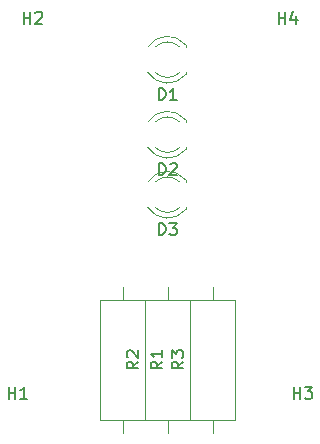
<source format=gbr>
%TF.GenerationSoftware,KiCad,Pcbnew,6.0.4-6f826c9f35~116~ubuntu20.04.1*%
%TF.CreationDate,2022-05-04T13:56:28-03:00*%
%TF.ProjectId,projeto1,70726f6a-6574-46f3-912e-6b696361645f,rev?*%
%TF.SameCoordinates,Original*%
%TF.FileFunction,Legend,Top*%
%TF.FilePolarity,Positive*%
%FSLAX46Y46*%
G04 Gerber Fmt 4.6, Leading zero omitted, Abs format (unit mm)*
G04 Created by KiCad (PCBNEW 6.0.4-6f826c9f35~116~ubuntu20.04.1) date 2022-05-04 13:56:28*
%MOMM*%
%LPD*%
G01*
G04 APERTURE LIST*
%ADD10C,0.150000*%
%ADD11C,0.120000*%
G04 APERTURE END LIST*
D10*
%TO.C,R3*%
X163902380Y-80176666D02*
X163426190Y-80510000D01*
X163902380Y-80748095D02*
X162902380Y-80748095D01*
X162902380Y-80367142D01*
X162950000Y-80271904D01*
X162997619Y-80224285D01*
X163092857Y-80176666D01*
X163235714Y-80176666D01*
X163330952Y-80224285D01*
X163378571Y-80271904D01*
X163426190Y-80367142D01*
X163426190Y-80748095D01*
X162902380Y-79843333D02*
X162902380Y-79224285D01*
X163283333Y-79557619D01*
X163283333Y-79414761D01*
X163330952Y-79319523D01*
X163378571Y-79271904D01*
X163473809Y-79224285D01*
X163711904Y-79224285D01*
X163807142Y-79271904D01*
X163854761Y-79319523D01*
X163902380Y-79414761D01*
X163902380Y-79700476D01*
X163854761Y-79795714D01*
X163807142Y-79843333D01*
%TO.C,R2*%
X160092380Y-80176666D02*
X159616190Y-80510000D01*
X160092380Y-80748095D02*
X159092380Y-80748095D01*
X159092380Y-80367142D01*
X159140000Y-80271904D01*
X159187619Y-80224285D01*
X159282857Y-80176666D01*
X159425714Y-80176666D01*
X159520952Y-80224285D01*
X159568571Y-80271904D01*
X159616190Y-80367142D01*
X159616190Y-80748095D01*
X159187619Y-79795714D02*
X159140000Y-79748095D01*
X159092380Y-79652857D01*
X159092380Y-79414761D01*
X159140000Y-79319523D01*
X159187619Y-79271904D01*
X159282857Y-79224285D01*
X159378095Y-79224285D01*
X159520952Y-79271904D01*
X160092380Y-79843333D01*
X160092380Y-79224285D01*
%TO.C,R1*%
X162122380Y-80176666D02*
X161646190Y-80510000D01*
X162122380Y-80748095D02*
X161122380Y-80748095D01*
X161122380Y-80367142D01*
X161170000Y-80271904D01*
X161217619Y-80224285D01*
X161312857Y-80176666D01*
X161455714Y-80176666D01*
X161550952Y-80224285D01*
X161598571Y-80271904D01*
X161646190Y-80367142D01*
X161646190Y-80748095D01*
X162122380Y-79224285D02*
X162122380Y-79795714D01*
X162122380Y-79510000D02*
X161122380Y-79510000D01*
X161265238Y-79605238D01*
X161360476Y-79700476D01*
X161408095Y-79795714D01*
%TO.C,H4*%
X171958095Y-51562380D02*
X171958095Y-50562380D01*
X171958095Y-51038571D02*
X172529523Y-51038571D01*
X172529523Y-51562380D02*
X172529523Y-50562380D01*
X173434285Y-50895714D02*
X173434285Y-51562380D01*
X173196190Y-50514761D02*
X172958095Y-51229047D01*
X173577142Y-51229047D01*
%TO.C,H3*%
X173228095Y-83312380D02*
X173228095Y-82312380D01*
X173228095Y-82788571D02*
X173799523Y-82788571D01*
X173799523Y-83312380D02*
X173799523Y-82312380D01*
X174180476Y-82312380D02*
X174799523Y-82312380D01*
X174466190Y-82693333D01*
X174609047Y-82693333D01*
X174704285Y-82740952D01*
X174751904Y-82788571D01*
X174799523Y-82883809D01*
X174799523Y-83121904D01*
X174751904Y-83217142D01*
X174704285Y-83264761D01*
X174609047Y-83312380D01*
X174323333Y-83312380D01*
X174228095Y-83264761D01*
X174180476Y-83217142D01*
%TO.C,H2*%
X150368095Y-51562380D02*
X150368095Y-50562380D01*
X150368095Y-51038571D02*
X150939523Y-51038571D01*
X150939523Y-51562380D02*
X150939523Y-50562380D01*
X151368095Y-50657619D02*
X151415714Y-50610000D01*
X151510952Y-50562380D01*
X151749047Y-50562380D01*
X151844285Y-50610000D01*
X151891904Y-50657619D01*
X151939523Y-50752857D01*
X151939523Y-50848095D01*
X151891904Y-50990952D01*
X151320476Y-51562380D01*
X151939523Y-51562380D01*
%TO.C,H1*%
X149098095Y-83312380D02*
X149098095Y-82312380D01*
X149098095Y-82788571D02*
X149669523Y-82788571D01*
X149669523Y-83312380D02*
X149669523Y-82312380D01*
X150669523Y-83312380D02*
X150098095Y-83312380D01*
X150383809Y-83312380D02*
X150383809Y-82312380D01*
X150288571Y-82455238D01*
X150193333Y-82550476D01*
X150098095Y-82598095D01*
%TO.C,D3*%
X161821904Y-69452380D02*
X161821904Y-68452380D01*
X162060000Y-68452380D01*
X162202857Y-68500000D01*
X162298095Y-68595238D01*
X162345714Y-68690476D01*
X162393333Y-68880952D01*
X162393333Y-69023809D01*
X162345714Y-69214285D01*
X162298095Y-69309523D01*
X162202857Y-69404761D01*
X162060000Y-69452380D01*
X161821904Y-69452380D01*
X162726666Y-68452380D02*
X163345714Y-68452380D01*
X163012380Y-68833333D01*
X163155238Y-68833333D01*
X163250476Y-68880952D01*
X163298095Y-68928571D01*
X163345714Y-69023809D01*
X163345714Y-69261904D01*
X163298095Y-69357142D01*
X163250476Y-69404761D01*
X163155238Y-69452380D01*
X162869523Y-69452380D01*
X162774285Y-69404761D01*
X162726666Y-69357142D01*
%TO.C,D2*%
X161821904Y-64372380D02*
X161821904Y-63372380D01*
X162060000Y-63372380D01*
X162202857Y-63420000D01*
X162298095Y-63515238D01*
X162345714Y-63610476D01*
X162393333Y-63800952D01*
X162393333Y-63943809D01*
X162345714Y-64134285D01*
X162298095Y-64229523D01*
X162202857Y-64324761D01*
X162060000Y-64372380D01*
X161821904Y-64372380D01*
X162774285Y-63467619D02*
X162821904Y-63420000D01*
X162917142Y-63372380D01*
X163155238Y-63372380D01*
X163250476Y-63420000D01*
X163298095Y-63467619D01*
X163345714Y-63562857D01*
X163345714Y-63658095D01*
X163298095Y-63800952D01*
X162726666Y-64372380D01*
X163345714Y-64372380D01*
%TO.C,D1*%
X161821904Y-58022380D02*
X161821904Y-57022380D01*
X162060000Y-57022380D01*
X162202857Y-57070000D01*
X162298095Y-57165238D01*
X162345714Y-57260476D01*
X162393333Y-57450952D01*
X162393333Y-57593809D01*
X162345714Y-57784285D01*
X162298095Y-57879523D01*
X162202857Y-57974761D01*
X162060000Y-58022380D01*
X161821904Y-58022380D01*
X163345714Y-58022380D02*
X162774285Y-58022380D01*
X163060000Y-58022380D02*
X163060000Y-57022380D01*
X162964761Y-57165238D01*
X162869523Y-57260476D01*
X162774285Y-57308095D01*
D11*
%TO.C,R3*%
X168290000Y-85080000D02*
X168290000Y-74940000D01*
X164450000Y-85080000D02*
X168290000Y-85080000D01*
X166370000Y-86190000D02*
X166370000Y-85080000D01*
X168290000Y-74940000D02*
X164450000Y-74940000D01*
X164450000Y-74940000D02*
X164450000Y-85080000D01*
X166370000Y-73830000D02*
X166370000Y-74940000D01*
%TO.C,R2*%
X162560000Y-73830000D02*
X162560000Y-74940000D01*
X160640000Y-74940000D02*
X160640000Y-85080000D01*
X164480000Y-74940000D02*
X160640000Y-74940000D01*
X162560000Y-86190000D02*
X162560000Y-85080000D01*
X160640000Y-85080000D02*
X164480000Y-85080000D01*
X164480000Y-85080000D02*
X164480000Y-74940000D01*
%TO.C,R1*%
X158750000Y-86190000D02*
X158750000Y-85080000D01*
X160670000Y-85080000D02*
X160670000Y-74940000D01*
X156830000Y-85080000D02*
X160670000Y-85080000D01*
X158750000Y-73830000D02*
X158750000Y-74940000D01*
X160670000Y-74940000D02*
X156830000Y-74940000D01*
X156830000Y-74940000D02*
X156830000Y-85080000D01*
%TO.C,D3*%
X164120000Y-67276000D02*
X164120000Y-67120000D01*
X164120000Y-64960000D02*
X164120000Y-64804000D01*
X161518870Y-67119837D02*
G75*
G03*
X163600961Y-67120000I1041130J1079837D01*
G01*
X164120000Y-64804484D02*
G75*
G03*
X160887665Y-64961392I-1560000J-1235516D01*
G01*
X163600961Y-64960000D02*
G75*
G03*
X161518870Y-64960163I-1040961J-1080000D01*
G01*
X160887665Y-67118608D02*
G75*
G03*
X164120000Y-67275516I1672335J1078608D01*
G01*
%TO.C,D2*%
X164120000Y-62196000D02*
X164120000Y-62040000D01*
X164120000Y-59880000D02*
X164120000Y-59724000D01*
X161518870Y-62039837D02*
G75*
G03*
X163600961Y-62040000I1041130J1079837D01*
G01*
X164120000Y-59724484D02*
G75*
G03*
X160887665Y-59881392I-1560000J-1235516D01*
G01*
X163600961Y-59880000D02*
G75*
G03*
X161518870Y-59880163I-1040961J-1080000D01*
G01*
X160887665Y-62038608D02*
G75*
G03*
X164120000Y-62195516I1672335J1078608D01*
G01*
%TO.C,D1*%
X164120000Y-55846000D02*
X164120000Y-55690000D01*
X164120000Y-53530000D02*
X164120000Y-53374000D01*
X161518870Y-55689837D02*
G75*
G03*
X163600961Y-55690000I1041130J1079837D01*
G01*
X164120000Y-53374484D02*
G75*
G03*
X160887665Y-53531392I-1560000J-1235516D01*
G01*
X163600961Y-53530000D02*
G75*
G03*
X161518870Y-53530163I-1040961J-1080000D01*
G01*
X160887665Y-55688608D02*
G75*
G03*
X164120000Y-55845516I1672335J1078608D01*
G01*
%TD*%
M02*

</source>
